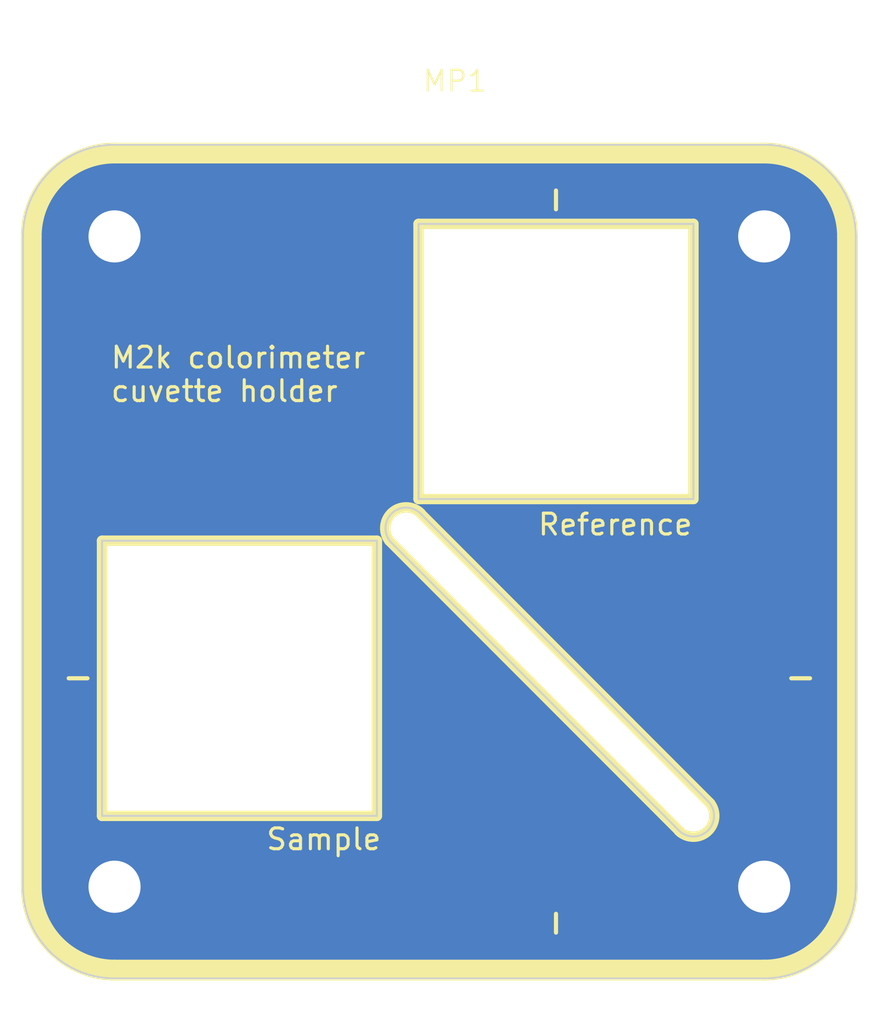
<source format=kicad_pcb>
(kicad_pcb (version 20221018) (generator pcbnew)
  (title_block (title "Cuvette holder for M2k colorimeter") (company "Analog Devices") (comment 1 "Mechanical part"))
  (layers (0 "F.Cu" signal) (31 "B.Cu" signal) (34 "B.Paste" user) (35 "F.Paste" user) (36 "B.SilkS" user "B.Silkscreen") (37 "F.SilkS" user "F.Silkscreen") (38 "B.Mask" user) (39 "F.Mask" user) (44 "Edge.Cuts" user))
  (net 0 "")
  (net 1 "GND")
  (footprint "M2k_colorimeter:CuvetteHolder" (layer "F.Cu") (at 115.250965 114.492893 180)
    (fp_text reference "MP1" (at -0.749035 23.052892 unlocked) (layer "F.SilkS") (effects (font (thickness 0.1))))
    (fp_text value "~")
    (fp_line (start -16.9 -5.6) (end -17.8 -5.6) (stroke (width 0.2)) (layer "F.SilkS"))
    (fp_line (start -5.6 -17.8) (end -5.6 -16.9) (stroke (width 0.2)) (layer "F.SilkS"))
    (fp_line (start -5.6 17.8) (end -5.6 16.9) (stroke (width 0.2)) (layer "F.SilkS"))
    (fp_line (start 16.9 -5.6) (end 17.8 -5.6) (stroke (width 0.2)) (layer "F.SilkS"))
    (fp_line (start -20 15.6) (end -20 -15.6) (stroke (width 0.1)) (layer "Edge.Cuts"))
    (fp_line (start -15.6 -20) (end 15.6 -20) (stroke (width 0.1)) (layer "Edge.Cuts"))
    (fp_line (start -15.6 20) (end 15.6 20) (stroke (width 0.1)) (layer "Edge.Cuts"))
    (fp_line (start -12.9 -11.5) (end 0.9 2.3) (stroke (width 0.1)) (layer "Edge.Cuts"))
    (fp_line (start -11.5 -12.9) (end 2.3 0.9) (stroke (width 0.1)) (layer "Edge.Cuts"))
    (fp_line (start 20 -15.6) (end 20 15.6) (stroke (width 0.1)) (layer "Edge.Cuts"))
    (fp_rect (start -12.2 3) (end 1 16.2) (stroke (width 0.1)) (fill none) (layer "Edge.Cuts"))
    (fp_rect (start 3 -12.2) (end 16.2 1) (stroke (width 0.1)) (fill none) (layer "Edge.Cuts"))
    (fp_arc (start -20 -15.6) (mid -18.711269 -18.711269) (end -15.6 -20) (stroke (width 0.1)) (layer "Edge.Cuts"))
    (fp_arc (start -15.6 20) (mid -18.711269 18.711269) (end -20 15.6) (stroke (width 0.1)) (layer "Edge.Cuts"))
    (fp_arc (start -12.9 -11.5) (mid -12.9 -12.9) (end -11.5 -12.9) (stroke (width 0.1)) (layer "Edge.Cuts"))
    (fp_arc (start 2.3 0.9) (mid 2.3 2.3) (end 0.9 2.3) (stroke (width 0.1)) (layer "Edge.Cuts"))
    (fp_arc (start 15.6 -20) (mid 18.71127 -18.71127) (end 20 -15.6) (stroke (width 0.1)) (layer "Edge.Cuts"))
    (fp_arc (start 20 15.6) (mid 18.71127 18.71127) (end 15.6 20) (stroke (width 0.1)) (layer "Edge.Cuts"))
    (pad "1" thru_hole circle (at 15.6 -15.6 180) (size 4 4) (drill 2.5) (layers "*.Cu" "*.Mask") (net 1 "GND"))
    (pad "2" thru_hole circle (at 15.6 15.6 180) (size 4 4) (drill 2.5) (layers "*.Cu" "*.Mask") (net 1 "GND"))
    (pad "3" thru_hole circle (at -15.6 15.6 180) (size 4 4) (drill 2.5) (layers "*.Cu" "*.Mask") (net 1 "GND"))
    (pad "4" thru_hole circle (at -15.6 -15.6 180) (size 4 4) (drill 2.5) (layers "*.Cu" "*.Mask") (net 1 "GND"))
  )
  (gr_arc (start 128.250967 126.092892) (mid 128.106171 127.448345) (end 126.743861 127.399999) (stroke (width 0.5)) (layer "F.SilkS"))
  (gr_arc (start 95.650968 98.892894) (mid 96.822541 96.064468) (end 99.650968 94.892895) (stroke (width 1)) (layer "F.SilkS"))
  (gr_line (start 112.250966 126.692894) (end 99.050968 126.692893) (stroke (width 0.5)) (layer "F.SilkS"))
  (gr_arc (start 99.650967 134.092894) (mid 96.82254 132.921321) (end 95.650966 130.092894) (stroke (width 1)) (layer "F.SilkS"))
  (gr_arc (start 134.850968 130.092892) (mid 133.679396 132.921321) (end 130.850967 134.092893) (stroke (width 1)) (layer "F.SilkS"))
  (gr_line (start 95.650968 98.892894) (end 95.650966 130.092894) (stroke (width 1)) (layer "F.SilkS"))
  (gr_arc (start 112.850968 113.492894) (mid 112.995765 112.137441) (end 114.358074 112.185788) (stroke (width 0.5)) (layer "F.SilkS"))
  (gr_line (start 99.050966 113.492894) (end 112.250966 113.492894) (stroke (width 0.5)) (layer "F.SilkS"))
  (gr_line (start 112.250966 113.492894) (end 112.250966 126.692894) (stroke (width 0.5)) (layer "F.SilkS"))
  (gr_line (start 130.850966 94.892895) (end 99.650968 94.892895) (stroke (width 1)) (layer "F.SilkS"))
  (gr_line (start 128.250967 126.092892) (end 114.250968 112.092894) (stroke (width 0.5)) (layer "F.SilkS"))
  (gr_line (start 126.850967 127.492892) (end 112.850968 113.492894) (stroke (width 0.5)) (layer "F.SilkS"))
  (gr_line (start 114.250967 98.292893) (end 127.450967 98.292893) (stroke (width 0.5)) (layer "F.SilkS"))
  (gr_line (start 127.450967 111.492893) (end 114.250967 111.492893) (stroke (width 0.5)) (layer "F.SilkS"))
  (gr_line (start 114.250967 111.492893) (end 114.250967 98.292893) (stroke (width 0.5)) (layer "F.SilkS"))
  (gr_arc (start 130.850966 94.892895) (mid 133.679391 96.064467) (end 134.850969 98.892893) (stroke (width 1)) (layer "F.SilkS"))
  (gr_line (start 134.850968 130.092892) (end 134.850969 98.892893) (stroke (width 1)) (layer "F.SilkS"))
  (gr_line (start 99.650967 134.092894) (end 130.850967 134.092893) (stroke (width 1)) (layer "F.SilkS"))
  (gr_line (start 99.050968 126.692893) (end 99.050966 113.492894) (stroke (width 0.5)) (layer "F.SilkS"))
  (gr_line (start 127.450967 98.292893) (end 127.450967 111.492893) (stroke (width 0.5)) (layer "F.SilkS"))
  (gr_text "M2k colorimeter\ncuvette holder" (at 99.4 106.9) (layer "F.SilkS") (effects (font (size 1 1)) (justify left bottom)))
  (gr_text "Reference" (at 123.7 113.3) (layer "F.SilkS") (effects (font (size 1 1)) (justify bottom)))
  (gr_text "Sample" (at 109.7 128.4) (layer "F.SilkS") (effects (font (size 1 1)) (justify bottom)))
  (zone (net 1) (net_name "GND") (layers "F&B.Cu") (connect_pads yes (clearance 0.5)) (min_thickness 0.25) (fill yes (thermal_gap 0.5) (thermal_bridge_width 0.5) (island_removal_mode 1) (island_area_min 10))
    (polygon (pts (xy 136.650967 93.192893) (xy 136.750967 136.692895) (xy 94.150967 136.392895) (xy 94.150968 92.492892)))
  )
)
</source>
